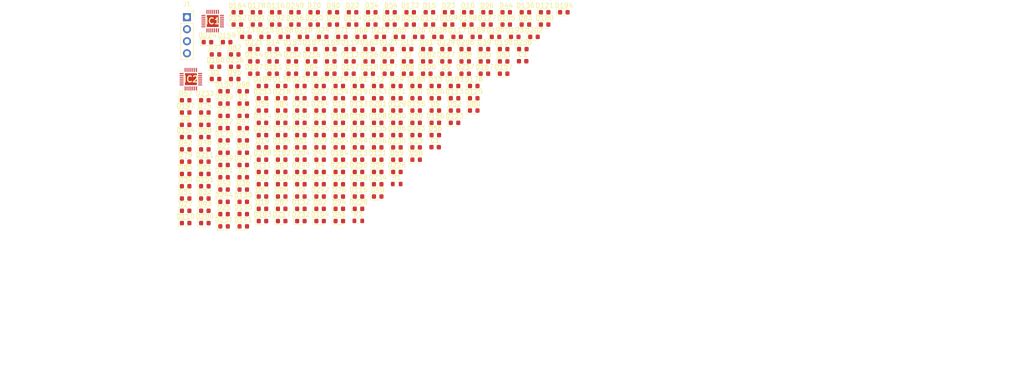
<source format=kicad_pcb>
(kicad_pcb (version 20211014) (generator pcbnew)
  (layers (0 "F.Cu" signal) (31 "B.Cu" signal) (34 "B.Paste" user) (35 "F.Paste" user) (36 "B.SilkS" user "B.Silkscreen") (37 "F.SilkS" user "F.Silkscreen") (38 "B.Mask" user) (39 "F.Mask" user) (44 "Edge.Cuts" user))
  (net 0 "")
  (net 1 "+5V")
  (net 2 "GND")
  (net 3 "/CA2_1")
  (net 4 "/CA1_1")
  (net 5 "/CA3_1")
  (net 6 "/CA4_1")
  (net 7 "/CA5_1")
  (net 8 "/CA6_1")
  (net 9 "/CA7_1")
  (net 10 "/CA8_1")
  (net 11 "/CA9_1")
  (net 12 "/CB2_1")
  (net 13 "/CB1_1")
  (net 14 "/CB3_1")
  (net 15 "/CB4_1")
  (net 16 "/CB5_1")
  (net 17 "/CB6_1")
  (net 18 "/CB7_1")
  (net 19 "/CB8_1")
  (net 20 "/CB9_1")
  (net 21 "/CA2_2")
  (net 22 "/CA1_2")
  (net 23 "/CA3_2")
  (net 24 "/CA4_2")
  (net 25 "/CA5_2")
  (net 26 "/CA6_2")
  (net 27 "/CA7_2")
  (net 28 "/CA8_2")
  (net 29 "/CA9_2")
  (net 30 "/CB2_2")
  (net 31 "/CB1_2")
  (net 32 "/CB3_2")
  (net 33 "/CB4_2")
  (net 34 "/CB5_2")
  (net 35 "/CB6_2")
  (net 36 "/CB7_2")
  (net 37 "/CB8_2")
  (net 38 "/CB9_2")
  (net 40 "Net-(IC1-Pad6)")
  (net 43 "/SDA")
  (net 44 "/SCL")
  (net 46 "Net-(IC2-Pad6)")
  (footprint "LED_SMD:LED_0603_1608Metric" (layer "F.Cu") (at 100.44 86.565)
    (fp_text reference "D87")
    (fp_text value "LED")
  )
  (footprint "LED_SMD:LED_0603_1608Metric" (layer "F.Cu") (at 80.19 79.215)
    (fp_text reference "D85")
    (fp_text value "LED")
  )
  (footprint "LED_SMD:LED_0603_1608Metric" (layer "F.Cu") (at 88.29 69.555)
    (fp_text reference "D102")
    (fp_text value "LED")
  )
  (footprint "LED_SMD:LED_0603_1608Metric" (layer "F.Cu") (at 91.09 47.715)
    (fp_text reference "D152")
    (fp_text value "LED")
  )
  (footprint "LED_SMD:LED_0603_1608Metric" (layer "F.Cu") (at 94.59 55.485)
    (fp_text reference "D144")
    (fp_text value "LED")
  )
  (footprint "LED_SMD:LED_0603_1608Metric" (layer "F.Cu") (at 155.89 47.715)
    (fp_text reference "D180")
    (fp_text value "LED")
  )
  (footprint "LED_SMD:LED_0603_1608Metric" (layer "F.Cu") (at 115.39 45.125)
    (fp_text reference "D22")
    (fp_text value "LED")
  )
  (footprint "LED_SMD:LED_0603_1608Metric" (layer "F.Cu") (at 88.29 61.785)
    (fp_text reference "D150")
    (fp_text value "LED")
  )
  (footprint "LED_SMD:LED_0603_1608Metric" (layer "F.Cu") (at 100.99 50.305)
    (fp_text reference "D198")
    (fp_text value "LED")
  )
  (footprint "LED_SMD:LED_0603_1608Metric" (layer "F.Cu") (at 128.79 68.435)
    (fp_text reference "D20")
    (fp_text value "LED")
  )
  (footprint "LED_SMD:LED_0603_1608Metric" (layer "F.Cu") (at 106.74 58.075)
    (fp_text reference "D64")
    (fp_text value "LED")
  )
  (footprint "LED_SMD:LED_0603_1608Metric" (layer "F.Cu") (at 126.99 55.485)
    (fp_text reference "D7")
    (fp_text value "LED")
  )
  (footprint "LED_SMD:LED_0603_1608Metric" (layer "F.Cu") (at 106.74 55.485)
    (fp_text reference "D216")
    (fp_text value "LED")
  )
  (footprint "ASMR_footprints:QFN40P400X400X80-29N-D" (layer "F.Cu") (at 85.895 46.98)
    (fp_text reference "IC1")
    (fp_text value "IS31FL3731-QFLS2-TR" hide)
  )
  (footprint "LED_SMD:LED_0603_1608Metric" (layer "F.Cu") (at 108.54 86.565)
    (fp_text reference "D62")
    (fp_text value "LED")
  )
  (footprint "LED_SMD:LED_0603_1608Metric" (layer "F.Cu") (at 84.24 79.215)
    (fp_text reference "D61")
    (fp_text value "LED")
  )
  (footprint "LED_SMD:LED_0603_1608Metric" (layer "F.Cu") (at 92.34 87.685)
    (fp_text reference "D170")
    (fp_text value "LED")
  )
  (footprint "LED_SMD:LED_0603_1608Metric" (layer "F.Cu") (at 127.54 47.715)
    (fp_text reference "D255")
    (fp_text value "LED")
  )
  (footprint "LED_SMD:LED_0603_1608Metric" (layer "F.Cu") (at 96.39 83.975)
    (fp_text reference "D67")
    (fp_text value "LED")
  )
  (footprint "LED_SMD:LED_0603_1608Metric" (layer "F.Cu") (at 111.34 45.125)
    (fp_text reference "D90")
    (fp_text value "LED")
  )
  (footprint "Capacitor_SMD:C_0603_1608Metric" (layer "F.Cu") (at 132.8 73.575)
    (fp_text reference "C1")
    (fp_text value "10uF")
  )
  (footprint "LED_SMD:LED_0603_1608Metric" (layer "F.Cu") (at 112.59 86.565)
    (fp_text reference "D94")
    (fp_text value "LED")
  )
  (footprint "LED_SMD:LED_0603_1608Metric" (layer "F.Cu") (at 119.44 45.125)
    (fp_text reference "D34")
    (fp_text value "LED")
  )
  (footprint "LED_SMD:LED_0603_1608Metric" (layer "F.Cu") (at 151.84 47.715)
    (fp_text reference "D83")
    (fp_text value "LED")
  )
  (footprint "LED_SMD:LED_0603_1608Metric" (layer "F.Cu") (at 86.49 59.195)
    (fp_text reference "D1")
    (fp_text value "LED")
  )
  (footprint "LED_SMD:LED_0603_1608Metric" (layer "F.Cu") (at 112.59 63.255)
    (fp_text reference "D139")
    (fp_text value "LED")
  )
  (footprint "LED_SMD:LED_0603_1608Metric" (layer "F.Cu") (at 104.49 76.205)
    (fp_text reference "D204")
    (fp_text value "LED")
  )
  (footprint "LED_SMD:LED_0603_1608Metric" (layer "F.Cu") (at 140.94 60.665)
    (fp_text reference "D176")
    (fp_text value "LED")
  )
  (footprint "LED_SMD:LED_0603_1608Metric" (layer "F.Cu") (at 92.34 77.325)
    (fp_text reference "D247")
    (fp_text value "LED")
  )
  (footprint "LED_SMD:LED_0603_1608Metric" (layer "F.Cu") (at 96.39 71.025)
    (fp_text reference "D203")
    (fp_text value "LED")
  )
  (footprint "LED_SMD:LED_0603_1608Metric" (layer "F.Cu") (at 147.79 45.125)
    (fp_text reference "D44")
    (fp_text value "LED")
  )
  (footprint "LED_SMD:LED_0603_1608Metric" (layer "F.Cu") (at 132.84 60.665)
    (fp_text reference "D33")
    (fp_text value "LED")
  )
  (footprint "LED_SMD:LED_0603_1608Metric" (layer "F.Cu") (at 126.99 58.075)
    (fp_text reference "D68")
    (fp_text value "LED")
  )
  (footprint "LED_SMD:LED_0603_1608Metric" (layer "F.Cu") (at 147.79 47.715)
    (fp_text reference "D105")
    (fp_text value "LED")
  )
  (footprint "LED_SMD:LED_0603_1608Metric" (layer "F.Cu") (at 99.19 47.715)
    (fp_text reference "D192")
    (fp_text value "LED")
  )
  (footprint "LED_SMD:LED_0603_1608Metric" (layer "F.Cu") (at 112.59 71.025)
    (fp_text reference "D122")
    (fp_text value "LED")
  )
  (footprint "LED_SMD:LED_0603_1608Metric" (layer "F.Cu") (at 131.04 52.895)
    (fp_text reference "D91")
    (fp_text value "LED")
  )
  (footprint "LED_SMD:LED_0603_1608Metric" (layer "F.Cu") (at 139.14 55.485)
    (fp_text reference "D38")
    (fp_text value "LED")
  )
  (footprint "LED_SMD:LED_0603_1608Metric" (layer "F.Cu") (at 108.54 89.155)
    (fp_text reference "D104")
    (fp_text value "LED")
  )
  (footprint "LED_SMD:LED_0603_1608Metric" (layer "F.Cu") (at 145.54 50.305)
    (fp_text reference "D190")
    (fp_text value "LED")
  )
  (footprint "LED_SMD:LED_0603_1608Metric" (layer "F.Cu") (at 80.19 74.035)
    (fp_text reference "D42")
    (fp_text value "LED")
  )
  (footprint "LED_SMD:LED_0603_1608Metric" (layer "F.Cu") (at 119.44 47.715)
    (fp_text reference "D124")
    (fp_text value "LED")
  )
  (footprint "LED_SMD:LED_0603_1608Metric" (layer "F.Cu") (at 124.74 76.205)
    (fp_text reference "D59")
    (fp_text value "LED")
  )
  (footprint "LED_SMD:LED_0603_1608Metric" (layer "F.Cu") (at 108.54 78.795)
    (fp_text reference "D4")
    (fp_text value "LED")
  )
  (footprint "LED_SMD:LED_0603_1608Metric" (layer "F.Cu") (at 96.39 63.255)
    (fp_text reference "D253")
    (fp_text value "LED")
  )
  (footprint "LED_SMD:LED_0603_1608Metric" (layer "F.Cu") (at 80.19 89.575)
    (fp_text reference "D110")
    (fp_text value "LED")
  )
  (footprint "LED_SMD:LED_0603_1608Metric" (layer "F.Cu") (at 84.24 81.805)
    (fp_text reference "D151")
    (fp_text value "LED")
  )
  (footprint "LED_SMD:LED_0603_1608Metric" (layer "F.Cu") (at 84.24 76.625)
    (fp_text reference "D211")
    (fp_text value "LED")
  )
  (footprint "LED_SMD:LED_0603_1608Metric" (layer "F.Cu") (at 88.29 64.375)
    (fp_text reference "D199")
    (fp_text value "LED")
  )
  (footprint "LED_SMD:LED_0603_1608Metric" (layer "F.Cu") (at 124.74 68.435)
    (fp_text reference "D250")
    (fp_text value "LED")
  )
  (footprint "LED_SMD:LED_0603_1608Metric" (layer "F.Cu") (at 128.79 76.205)
    (fp_text reference "D58")
    (fp_text value "LED")
  )
  (footprint "LED_SMD:LED_0603_1608Metric" (layer "F.Cu") (at 96.39 86.565)
    (fp_text reference "D18")
    (fp_text value "LED")
  )
  (footprint "LED_SMD:LED_0603_1608Metric" (layer "F.Cu") (at 124.74 73.615)
    (fp_text reference "D235")
    (fp_text value "LED")
  )
  (footprint "LED_SMD:LED_0603_1608Metric" (layer "F.Cu") (at 141.49 50.305)
    (fp_text reference "D169")
    (fp_text value "LED")
  )
  (footprint "LED_SMD:LED_0603_1608Metric" (layer "F.Cu") (at 116.64 83.975)
    (fp_text reference "D115")
    (fp_text value "LED")
  )
  (footprint "LED_SMD:LED_0603_1608Metric" (layer "F.Cu") (at 80.19 84.395)
    (fp_text reference "D51")
    (fp_text value "LED")
  )
  (footprint "LED_SMD:LED_0603_1608Metric" (layer "F.Cu") (at 124.74 63.255)
    (fp_text reference "D171")
    (fp_text value "LED")
  )
  (footprint "LED_SMD:LED_0603_1608Metric" (layer "F.Cu") (at 88.29 85.095)
    (fp_text reference "D244")
    (fp_text value "LED")
  )
  (footprint "LED_SMD:LED_0603_1608Metric" (layer "F.Cu") (at 120.69 81.385)
    (fp_text reference "D234")
    (fp_text value "LED")
  )
  (footprint "LED_SMD:LED_0603_1608Metric" (layer "F.Cu") (at 103.24 47.715)
    (fp_text reference "D146")
    (fp_text value "LED")
  )
  (footprint "LED_SMD:LED_0603_1608Metric" (layer "F.Cu") (at 131.04 58.075)
    (fp_text reference "D100")
    (fp_text value "LED")
  )
  (footprint "LED_SMD:LED_0603_1608Metric" (layer "F.Cu") (at 159.94 45.125)
    (fp_text reference "D194")
    (fp_text value "LED")
  )
  (footprint "LED_SMD:LED_0603_1608Metric" (layer "F.Cu") (at 104.49 89.155)
    (fp_text reference "D232")
    (fp_text value "LED")
  )
  (footprint "LED_SMD:LED_0603_1608Metric" (layer "F.Cu") (at 96.39 76.205)
    (fp_text reference "D208")
    (fp_text value "LED")
  )
  (footprint "LED_SMD:LED_0603_1608Metric" (layer "F.Cu") (at 94.59 58.075)
    (fp_text reference "D107")
    (fp_text value "LED")
  )
  (footprint "LED_SMD:LED_0603_1608Metric" (layer "F.Cu") (at 139.14 58.075)
    (fp_text reference "D237")
    (fp_text value "LED")
  )
  (footprint "LED_SMD:LED_0603_1608Metric" (layer "F.Cu") (at 104.49 65.845)
    (fp_text reference "D241")
    (fp_text value "LED")
  )
  (footprint "LED_SMD:LED_0603_1608Metric" (layer "F.Cu") (at 110.79 52.895)
    (fp_text reference "D165")
    (fp_text value "LED")
  )
  (footprint "LED_SMD:LED_0603_1608Metric" (layer "F.Cu") (at 129.34 50.305)
    (fp_text reference "D26")
    (fp_text value "LED")
  )
  (footprint "LED_SMD:LED_0603_1608Metric" (layer "F.Cu") (at 104.49 83.975)
    (fp_text reference "D2")
    (fp_text value "LED")
  )
  (footprint "LED_SMD:LED_0603_1608Metric" (layer "F.Cu") (at 92.34 85.095)
    (fp_text reference "D130")
    (fp_text value "LED")
  )
  (footprint "LED_SMD:LED_0603_1608Metric" (layer "F.Cu") (at 102.69 58.075)
    (fp_text reference "D78")
    (fp_text value "LED")
  )
  (footprint "LED_SMD:LED_0603_1608Metric" (layer "F.Cu") (at 128.79 71.025)
    (fp_text reference "D243")
    (fp_text value "LED")
  )
  (footprint "LED_SMD:LED_0603_1608Metric" (layer "F.Cu") (at 136.89 63.255)
    (fp_text reference "D113")
    (fp_text value "LED")
  )
  (footprint "LED_SMD:LED_0603_1608Metric" (layer "F.Cu") (at 112.59 81.385)
    (fp_text reference "D12")
    (fp_text value "LED")
  )
  (footprint "LED_SMD:LED_0603_1608Metric" (layer "F.Cu") (at 98.64 55.485)
    (fp_text reference "D134")
    (fp_text value "LED")
  )
  (footprint "LED_SMD:LED_0603_1608Metric" (layer "F.Cu") (at 151.84 45.125)
    (fp_text reference "D136")
    (fp_text value "LED")
  )
  (footprint "LED_SMD:LED_0603_1608Metric" (layer "F.Cu") (at 84.79 51.425)
    (fp_text reference "D224")
    (fp_text value "LED")
  )
  (footprint "LED_SMD:LED_0603_1608Metric" (layer "F.Cu") (at 102.69 52.895)
    (fp_text reference "D153")
    (fp_text value "LED")
  )
  (footprint "LED_SMD:LED_0603_1608Metric" (layer "F.Cu") (at 112.59 73.615)
    (fp_text reference "D205")
    (fp_text value "LED")
  )
  (footprint "LED_SMD:LED_0603_1608Metric" (layer "F.Cu") (at 122.94 55.485)
    (fp_text reference "D225")
    (fp_text value "LED")
  )
  (footprint "LED_SMD:LED_0603_1608Metric" (layer "F.Cu") (at 92.89 50.305)
    (fp_text reference "D173")
    (fp_text value "LED")
  )
  (footprint "LED_SMD:LED_0603_1608Metric" (layer "F.Cu") (at 104.49 68.435)
    (fp_text reference "D140")
    (fp_text value "LED")
  )
  (footprint "LED_SMD:LED_0603_1608Metric" (layer "F.Cu") (at 103.24 45.125)
    (fp_text reference "D249")
    (fp_text value "LED")
  )
  (footprint "LED_SMD:LED_0603_1608Metric" (layer "F.Cu") (at 100.44 71.025)
    (fp_text reference "D179")
    (fp_text value "LED")
  )
  (footprint "LED_SMD:LED_0603_1608Metric" (layer "F.Cu") (at 115.39 47.715)
    (fp_text reference "D114")
    (fp_text value "LED")
  )
  (footprint "LED_SMD:LED_0603_1608Metric" (layer "F.Cu") (at 80.19 81.805)
    (fp_text reference "D30")
    (fp_text value "LED")
  )
  (footprint "LED_SMD:LED_0603_1608Metric" (layer "F.Cu") (at 132.84 65.845)
    (fp_text reference "D5")
    (fp_text value "LED")
  )
  (footprint "LED_SMD:LED_0603_1608Metric" (layer "F.Cu") (at 112.59 76.205)
    (fp_text reference "D184")
    (fp_text value "LED")
  )
  (footprint "LED_SMD:LED_0603_1608Metric" (layer "F.Cu") (at 132.84 71.025)
    (fp_text reference "D56")
    (fp_text value "LED")
  )
  (footprint "LED_SMD:LED_0603_1608Metric" (layer "F.Cu") (at 88.29 90.275)
    (fp_text reference "D251")
    (fp_text value "LED")
  )
  (footprint "LED_SMD:LED_0603_1608Metric" (layer "F.Cu") (at 140.94 63.255)
    (fp_text reference "D125")
    (fp_text value "LED")
  )
  (footprint "LED_SMD:LED_0603_1608Metric" (layer "F.Cu") (at 96.39 68.435)
    (fp_text reference "D174")
    (fp_text value "LED")
  )
  (footprint "LED_SMD:LED_0603_1608Metric" (layer "F.Cu") (at 96.39 65.845)
    (fp_text reference "D55")
    (fp_text value "LED")
  )
  (footprint "LED_SMD:LED_0603_1608Metric" (layer "F.Cu") (at 139.69 47.715)
    (fp_text reference "D148")
    (fp_text value "LED")
  )
  (footprint "LED_SMD:LED_0603_1608Metric" (layer "F.Cu") (at 100.44 63.255)
    (fp_text reference "D218")
    (fp_text value "LED")
  )
  (footprint "LED_SMD:LED_0603_1608Metric" (layer "F.Cu") (at 110.79 55.485)
    (fp_text reference "D46")
    (fp_text value "LED")
  )
  (footprint "LED_SMD:LED_0603_1608Metric" (layer "F.Cu") (at 111.34 47.715)
    (fp_text reference "D99")
    (fp_text value "LED")
  )
  (footprint "LED_SMD:LED_0603_1608Metric" (layer "F.Cu") (at 131.04 55.485)
    (fp_text reference "D162")
    (fp_text value "LED")
  )
  (footprint "LED_SMD:LED_0603_1608Metric" (layer "F.Cu") (at 139.14 52.895)
    (fp_text reference "D206")
    (fp_text value "LED")
  )
  (footprint "LED_SMD:LED_0603_1608Metric" (layer "F.Cu") (at 102.69 55.485)
    (fp_text reference "D252")
    (fp_text value "LED")
  )
  (footprint "LED_SMD:LED_0603_1608Metric" (layer "F.Cu") (at 100.44 83.975)
    (fp_text reference "D89")
    (fp_text value "LED")
  )
  (footprint "LED_SMD:LED_0603_1608Metric" (layer "F.Cu") (at 116.64 81.385)
    (fp_text reference "D248")
    (fp_text value "LED")
  )
  (footprint "Capacitor_SMD:C_0603_1608Metric" (layer "F.Cu") (at 151.25 55.445)
    (fp_text reference "C2")
    (fp_text value "10uF")
  )
  (footprint "LED_SMD:LED_0603_1608Metric" (layer "F.Cu") (at 114.84 52.895)
    (fp_text reference "D119")
    (fp_text value "LED")
  )
  (footprint "LED_SMD:LED_0603_1608Metric" (layer "F.Cu") (at 95.14 47.715)
    (fp_text reference "D191")
    (fp_text value "LED")
  )
  (footprint "LED_SMD:LED_0603_1608Metric" (layer "F.Cu") (at 137.44 50.305)
    (fp_text reference "D117")
    (fp_text value "LED")
  )
  (footprint "LED_SMD:LED_0603_1608Metric" (layer "F.Cu") (at 95.14 45.125)
    (fp_text reference "D178")
    (fp_text value "LED")
  )
  (footprint "LED_SMD:LED_0603_1608Metric" (layer "F.Cu") (at 88.84 51.425)
    (fp_text reference "D159")
    (fp_text value "LED")
  )
  (footprint "LED_SMD:LED_0603_1608Metric" (layer "F.Cu") (at 108.54 73.615)
    (fp_text reference "D49")
    (fp_text value "LED")
  )
  (footprint "LED_SMD:LED_0603_1608Metric" (layer "F.Cu") (at 116.64 60.665)
    (fp_text reference "D181")
    (fp_text value "LED")
  )
  (footprint "LED_SMD:LED_0603_1608Metric" (layer "F.Cu") (at 116.64 86.565)
    (fp_text reference "D228")
    (fp_text value "LED")
  )
  (footprint "LED_SMD:LED_0603_1608Metric" (layer "F.Cu") (at 116.64 76.205)
    (fp_text reference "D213")
    (fp_text value "LED")
  )
  (footprint "LED_SMD:LED_0603_1608Metric" (layer "F.Cu") (at 100.44 78.795)
    (fp_text reference "D63")
    (fp_text value "LED")
  )
  (footprint "LED_SMD:LED_0603_1608Metric" (layer "F.Cu") (at 116.64 78.795)
    (fp_text reference "D230")
    (fp_text value "LED")
  )
  (footprint "LED_SMD:LED_0603_1608Metric" (layer "F.Cu") (at 96.39 81.385)
    (fp_text reference "D92")
    (fp_text value "LED")
  )
  (footprint "LED_SMD:LED_0603_1608Metric" (layer "F.Cu") (at 112.59 83.975)
    (fp_text reference "D76")
    (fp_text value "LED")
  )
  (footprint "LED_SMD:LED_0603_1608Metric" (layer "F.Cu") (at 149.59 50.305)
    (fp_text reference "D193")
    (fp_text value "LED")
  )
  (footprint "Connector_PinSocket_2.54mm:PinSocket_1x04_P2.54mm_Vertical" (layer "F.Cu") (at 80.47 46.155)
    (fp_text reference "J1")
    (fp_text value "Conn_01x04_Female")
  )
  (footprint "LED_SMD:LED_0603_1608Metric" (layer "F.Cu") (at 128.79 73.615)
    (fp_text reference "D13")
    (fp_text value "LED")
  )
  (footprint "LED_SMD:LED_0603_1608Metric" (layer "F.Cu") (at 100.44 65.845)
    (fp_text reference "D84")
    (fp_text value "LED")
  )
  (footprint "LED_SMD:LED_0603_1608Metric" (layer "F.Cu") (at 143.74 45.125)
    (fp_text reference "D96")
    (fp_text value "LED")
  )
  (footprint "LED_SMD:LED_0603_1608Metric" (layer "F.Cu") (at 92.34 82.505)
    (fp_text reference "D36")
    (fp_text value "LED")
  )
  (footprint "LED_SMD:LED_0603_1608Metric" (layer "F.Cu") (at 109.09 50.305)
    (fp_text reference "D24")
    (fp_text value "LED")
  )
  (footprint "LED_SMD:LED_0603_1608Metric" (layer "F.Cu") (at 120.69 83.975)
    (fp_text reference "D40")
    (fp_text value "LED")
  )
  (footprint "LED_SMD:LED_0603_1608Metric" (layer "F.Cu") (at 133.39 50.305)
    (fp_text reference "D238")
    (fp_text value "LED")
  )
  (footprint "LED_SMD:LED_0603_1608Metric" (layer "F.Cu") (at 128.79 63.255)
    (fp_text reference "D60")
    (fp_text value "LED")
  )
  (footprint "LED_SMD:LED_0603_1608Metric" (layer "F.Cu") (at 116.64 68.435)
    (fp_text reference "D185")
    (fp_text value "LED")
  )
  (footprint "LED_SMD:LED_0603_1608Metric" (layer "F.Cu") (at 90.54 59.195)
    (fp_text reference "D95")
    (fp_text value "LED")
  )
  (footprint "LED_SMD:LED_0603_1608Metric" (layer "F.Cu") (at 126.99 52.895)
    (fp_text reference "D11")
    (fp_text value "LED")
  )
  (footprint "Resistor_SMD:R_0603_1608Metric" (layer "F.Cu") (at 124.7 81.345)
    (fp_text reference "R1")
    (fp_text value "20k")
  )
  (footprint "LED_SMD:LED_0603_1608Metric" (layer "F.Cu") (at 136.89 60.665)
    (fp_text reference "D183")
    (fp_text value "LED")
  )
  (footprint "LED_SMD:LED_0603_1608Metric" (layer "F.Cu") (at 122.94 52.895)
    (fp_text reference "D123")
    (fp_text value "LED")
  )
  (footprint "LED_SMD:LED_0603_1608Metric" (layer "F.Cu") (at 92.34 79.915)
    (fp_text reference "D6")
    (fp_text value "LED")
  )
  (footprint "LED_SMD:LED_0603_1608Metric" (layer "F.Cu") (at 99.19 45.125)
    (fp_text reference "D116")
    (fp_text value "LED")
  )
  (footprint "LED_SMD:LED_0603_1608Metric" (layer "F.Cu") (at 92.34 66.965)
    (fp_text reference "D97")
    (fp_text value "LED")
  )
  (footprint "Resistor_SMD:R_0603_1608Metric" (layer "F.Cu") (at 116.6 89.115)
    (fp_text reference "R2")
    (fp_text value "20k")
  )
  (footprint "LED_SMD:LED_0603_1608Metric" (layer "F.Cu") (at 108.54 65.845)
    (fp_text reference "D254")
    (fp_text value "LED")
  )
  (footprint "LED_SMD:LED_0603_1608Metric" (layer "F.Cu") (at 120.69 60.665)
    (fp_text reference "D72")
    (fp_text value "LED")
  )
  (footprint "LED_SMD:LED_0603_1608Metric" (layer "F.Cu") (at 84.24 68.855)
    (fp_text reference "D31")
    (fp_text value "LED")
  )
  (footprint "LED_SMD:LED_0603_1608Metric" (layer "F.Cu") (at 123.49 47.715)
    (fp_text reference "D128")
    (fp_text value "LED")
  )
  (footprint "LED_SMD:LED_0603_1608Metric" (layer "F.Cu") (at 128.79 65.845)
    (fp_text reference "D155")
    (fp_text value "LED")
  )
  (footprint "LED_SMD:LED_0603_1608Metric" (layer "F.Cu") (at 139.69 45.125)
    (fp_text reference "D10")
    (fp_text value "LED")
  )
  (footprint "LED_SMD:LED_0603_1608Metric" (layer "F.Cu") (at 116.64 65.845)
    (fp_text reference "D133")
    (fp_text value "LED")
  )
  (footprint "LED_SMD:LED_0603_1608Metric" (layer "F.Cu") (at 135.09 58.075)
    (fp_text reference "D9")
    (fp_text value "LED")
  )
  (footprint "LED_SMD:LED_0603_1608Metric" (layer "F.Cu") (at 143.19 52.895)
    (fp_text reference "D39")
    (fp_text value "LED")
  )
  (footprint "LED_SMD:LED_0603_1608Metric" (layer "F.Cu") (at 135.09 55.485)
    (fp_text reference "D227")
    (fp_text value "LED")
  )
  (footprint "LED_SMD:LED_0603_1608Metric" (layer "F.Cu") (at 92.34 74.735)
    (fp_text reference "D86")
    (fp_text value "LED")
  )
  (footprint "LED_SMD:LED_0603_1608Metric" (layer "F.Cu") (at 112.59 65.845)
    (fp_text reference "D16")
    (fp_text value "LED")
  )
  (footprint "LED_SMD:LED_0603_1608Metric" (layer "F.Cu") (at 96.39 78.795)
    (fp_text reference "D111")
    (fp_text value "LED")
  )
  (footprint "LED_SMD:LED_0603_1608Metric" (layer "F.Cu") (at 107.29 45.125)
    (fp_text reference "D70")
    (fp_text value "LED")
  )
  (footprint "LED_SMD:LED_0603_1608Metric" (layer "F.Cu") (at 88.29 66.965)
    (fp_text reference "D73")
    (fp_text value "LED")
  )
  (footprint "LED_SMD:LED_0603_1608Metric" (layer "F.Cu") (at 90.54 54.015)
    (fp_text reference "D82")
    (fp_text value "LED")
  )
  (footprint "LED_SMD:LED_0603_1608Metric" (layer "F.Cu") (at 92.34 64.375)
    (fp_text reference "D3")
    (fp_text value "LED")
  )
  (footprint "LED_SMD:LED_0603_1608Metric" (layer "F.Cu") (at 108.54 63.255)
    (fp_text reference "D207")
    (fp_text value "LED")
  )
  (footprint "LED_SMD:LED_0603_1608Metric" (layer "F.Cu") (at 120.69 65.845)
    (fp_text reference "D201")
    (fp_text value "LED")
  )
  (footprint "LED_SMD:LED_0603_1608Metric" (layer "F.Cu") (at 121.24 50.305)
    (fp_text reference "D212")
    (fp_text value "LED")
  )
  (footprint "LED_SMD:LED_0603_1608Metric" (layer "F.Cu") (at 116.64 73.615)
    (fp_text reference "D149")
    (fp_text value "LED")
  )
  (footprint "ASMR_footprints:QFN40P400X400X80-29N-D" (layer "F.Cu") (at 81.295 59.23)
    (fp_text reference "IC2")
    (fp_text value "IS31FL3731-QFLS2-TR" hide)
  )
  (footprint "LED_SMD:LED_0603_1608Metric" (layer "F.Cu") (at 112.59 60.665)
    (fp_text reference "D214")
    (fp_text value "LED")
  )
  (footprint "LED_SMD:LED_0603_1608Metric" (layer "F.Cu") (at 106.74 52.895)
    (fp_text reference "D187")
    (fp_text value "LED")
  )
  (footprint "LED_SMD:LED_0603_1608Metric" (layer "F.Cu") (at 104.49 63.255)
    (fp_text reference "D17")
    (fp_text value "LED")
  )
  (footprint "LED_SMD:LED_0603_1608Metric" (layer "F.Cu") (at 98.64 52.895)
    (fp_text reference "D14")
    (fp_text value "LED")
  )
  (footprint "LED_SMD:LED_0603_1608Metric" (layer "F.Cu") (at 120.69 71.025)
    (fp_text reference "D135")
    (fp_text value "LED")
  )
  (footprint "LED_SMD:LED_0603_1608Metric" (layer "F.Cu") (at 155.89 45.125)
    (fp_text reference "D121")
    (fp_text value "LED")
  )
  (footprint "LED_SMD:LED_0603_1608Metric" (layer "F.Cu") (at 88.29 72.145)
    (fp_text reference "D175")
    (fp_text value "LED")
  )
  (footprint "LED_SMD:LED_0603_1608Metric" (layer "F.Cu") (at 96.94 50.305)
    (fp_text reference "D215")
    (fp_text value "LED")
  )
  (footprint "LED_SMD:LED_0603_1608Metric" (layer "F.Cu") (at 100.44 89.155)
    (fp_text reference "D217")
    (fp_text value "LED")
  )
  (footprint "LED_SMD:LED_0603_1608Metric" (layer "F.Cu") (at 132.84 63.255)
    (fp_text reference "D196")
    (fp_text value "LED")
  )
  (footprint "LED_SMD:LED_0603_1608Metric" (layer "F.Cu") (at 84.24 74.035)
    (fp_text reference "D48")
    (fp_text value "LED")
  )
  (footprint "LED_SMD:LED_0603_1608Metric" (layer "F.Cu") (at 104.49 86.565)
    (fp_text reference "D132")
    (fp_text value "LED")
  )
  (footprint "LED_SMD:LED_0603_1608Metric" (layer "F.Cu") (at 108.54 81.385)
    (fp_text reference "D137")
    (fp_text value "LED")
  )
  (footprint "LED_SMD:LED_0603_1608Metric" (layer "F.Cu") (at 80.19 76.625)
    (fp_text reference "D79")
    (fp_text value "LED")
  )
  (footprint "LED_SMD:LED_0603_1608Metric" (layer "F.Cu") (at 135.64 47.715)
    (fp_text reference "D109")
    (fp_text value "LED")
  )
  (footprint "LED_SMD:LED_0603_1608Metric" (layer "F.Cu") (at 112.59 78.795)
    (fp_text reference "D222")
    (fp_text value "LED")
  )
  (footprint "LED_SMD:LED_0603_1608Metric" (layer "F.Cu") (at 136.89 65.845)
    (fp_text reference "D52")
    (fp_text value "LED")
  )
  (footprint "LED_SMD:LED_0603_1608Metric" (layer "F.Cu") (at 92.34 90.275)
    (fp_text reference "D141")
    (fp_text value "LED")
  )
  (footprint "LED_SMD:LED_0603_1608Metric" (layer "F.Cu") (at 88.29 77.325)
    (fp_text reference "D239")
    (fp_text value "LED")
  )
  (footprint "LED_SMD:LED_0603_1608Metric" (layer "F.Cu") (at 132.84 68.435)
    (fp_text reference "D156")
    (fp_text value "LED")
  )
  (footprint "LED_SMD:LED_0603_1608Metric" (layer "F.Cu") (at 128.79 60.665)
    (fp_text reference "D188")
    (fp_text value "LED")
  )
  (footprint "LED_SMD:LED_0603_1608Metric" (layer "F.Cu") (at 94.59 52.895)
    (fp_text reference "D221")
    (fp_text value "LED")
  )
  (footprint "LED_SMD:LED_0603_1608Metric" (layer "F.Cu") (at 147.24 52.895)
    (fp_text reference "D158")
    (fp_text value "LED")
  )
  (footprint "LED_SMD:LED_0603_1608Metric" (layer "F.Cu") (at 88.29 74.735)
    (fp_text reference "D21")
    (fp_text value "LED")
  )
  (footprint "LED_SMD:LED_0603_1608Metric" (layer "F.Cu") (at 124.74 71.025)
    (fp_text reference "D186")
    (fp_text value "LED")
  )
  (footprint "LED_SMD:LED_0603_1608Metric" (layer "F.Cu") (at 131.59 47.715)
    (fp_text reference "D142")
    (fp_text value "LED")
  )
  (footprint "LED_SMD:LED_0603_1608Metric" (layer "F.Cu") (at 88.29 87.685)
    (fp_text reference "D25")
    (fp_text value "LED")
  )
  (footprint "LED_SMD:LED_0603_1608Metric" (layer "F.Cu") (at 98.64 58.075)
    (fp_text reference "D161")
    (fp_text value "LED")
  )
  (footprint "LED_SMD:LED_0603_1608Metric" (layer "F.Cu") (at 122.94 58.075)
    (fp_text reference "D177")
    (fp_text value "LED")
  )
  (footprint "LED_SMD:LED_0603_1608Metric" (layer "F.Cu") (at 117.19 50.305)
    (fp_text reference "D66")
    (fp_text value "LED")
  )
  (footprint "LED_SMD:LED_0603_1608Metric" (layer "F.Cu") (at 120.69 73.615)
    (fp_text reference "D246")
    (fp_text value "LED")
  )
  (footprint "LED_SMD:LED_0603_1608Metric" (layer "F.Cu") (at 135.64 45.125)
    (fp_text reference "D23")
    (fp_text value "LED")
  )
  (footprint "LED_SMD:LED_0603_1608Metric" (layer "F.Cu") (at 84.24 63.675)
    (fp_text reference "D233")
    (fp_text value "LED")
  )
  (footprint "LED_SMD:LED_0603_1608Metric" (layer "F.Cu") (at 120.69 78.795)
    (fp_text reference "D50")
    (fp_text value "LED")
  )
  (footprint "LED_SMD:LED_0603_1608Metric" (layer "F.Cu") (at 84.24 84.395)
    (fp_text reference "D32")
    (fp_text value "LED")
  )
  (footprint "LED_SMD:LED_0603_1608Metric" (layer "F.Cu") (at 105.04 50.305)
    (fp_text reference "D210")
    (fp_text value "LED")
  )
  (footprint "LED_SMD:LED_0603_1608Metric" (layer "F.Cu") (at 96.39 89.155)
    (fp_text reference "D103")
    (fp_text value "LED")
  )
  (footprint "LED_SMD:LED_0603_1608Metric" (layer "F.Cu") (at 124.74 60.665)
    (fp_text reference "D29")
    (fp_text value "LED")
  )
  (footprint "LED_SMD:LED_0603_1608Metric" (layer "F.Cu") (at 114.84 58.075)
    (fp_text reference "D147")
    (fp_text value "LED")
  )
  (footprint "LED_SMD:LED_0603_1608Metric" (layer "F.Cu") (at 104.49 81.385)
    (fp_text reference "D209")
    (fp_text value "LED")
  )
  (footprint "LED_SMD:LED_0603_1608Metric" (layer "F.Cu") (at 120.69 68.435)
    (fp_text reference "D108")
    (fp_text value "LED")
  )
  (footprint "LED_SMD:LED_0603_1608Metric" (layer "F.Cu") (at 107.29 47.715)
    (fp_text reference "D220")
    (fp_text value "LED")
  )
  (footprint "LED_SMD:LED_0603_1608Metric" (layer "F.Cu") (at 88.29 82.505)
    (fp_text reference "D43")
    (fp_text value "LED")
  )
  (footprint "LED_SMD:LED_0603_1608Metric" (layer "F.Cu") (at 116.64 63.255)
    (fp_text reference "D219")
    (fp_text value "LED")
  )
  (footprint "LED_SMD:LED_0603_1608Metric" (layer "F.Cu") (at 108.54 60.665)
    (fp_text reference "D166")
    (fp_text value "LED")
  )
  (footprint "LED_SMD:LED_0603_1608Metric" (layer "F.Cu") (at 92.34 61.785)
    (fp_text reference "D98")
    (fp_text value "LED")
  )
  (footprint "LED_SMD:LED_0603_1608Metric" (layer "F.Cu") (at 118.89 52.895)
    (fp_text reference "D163")
    (fp_text value "LED")
  )
  (footprint "LED_SMD:LED_0603_1608Metric" (layer "F.Cu") (at 91.09 45.125)
    (fp_text reference "D164")
    (fp_text value "LED")
  )
  (footprint "LED_SMD:LED_0603_1608Metric" (layer "F.Cu") (at 108.54 71.025)
    (fp_text reference "D245")
    (fp_text value "LED")
  )
  (footprint "LED_SMD:LED_0603_1608Metric" (layer "F.Cu") (at 125.29 50.305)
    (fp_text reference "D65")
    (fp_text value "LED")
  )
  (footprint "LED_SMD:LED_0603_1608Metric" (layer "F.Cu") (at 96.39 60.665)
    (fp_text reference "D189")
    (fp_text value "LED")
  )
  (footprint "LED_SMD:LED_0603_1608Metric" (layer "F.Cu") (at 84.24 86.985)
    (fp_text reference "D93")
    (fp_text value "LED")
  )
  (footprint "LED_SMD:LED_0603_1608Metric" (layer "F.Cu") (at 127.54 45.125)
    (fp_text reference "D172")
    (fp_text value "LED")
  )
  (footprint "LED_SMD:LED_0603_1608Metric" (layer "F.Cu") (at 88.29 79.915)
    (fp_text reference "D101")
    (fp_text value "LED")
  )
  (footprint "LED_SMD:LED_0603_1608Metric" (layer "F.Cu") (at 80.19 71.445)
    (fp_text reference "D154")
    (fp_text value "LED")
  )
  (footprint "LED_SMD:LED_0603_1608Metric" (layer "F.Cu") (at 80.19 86.985)
    (fp_text reference "D27")
    (fp_text value "LED")
  )
  (footprint "LED_SMD:LED_0603_1608Metric" (layer "F.Cu") (at 131.59 45.125)
    (fp_text reference "D15")
    (fp_text value "LED")
  )
  (footprint "LED_SMD:LED_0603_1608Metric" (layer "F.Cu") (at 100.44 76.205)
    (fp_text reference "D182")
    (fp_text value "LED")
  )
  (footprint "LED_SMD:LED_0603_1608Metric" (layer "F.Cu") (at 108.54 83.975)
    (fp_text reference "D242")
    (fp_text value "LED")
  )
  (footprint "LED_SMD:LED_0603_1608Metric" (layer "F.Cu") (at 140.94 65.845)
    (fp_text reference "D80")
    (fp_text value "LED")
  )
  (footprint "LED_SMD:LED_0603_1608Metric" (layer "F.Cu") (at 118.89 58.075)
    (fp_text reference "D118")
    (fp_text value "LED")
  )
  (footprint "LED_SMD:LED_0603_1608Metric" (layer "F.Cu") (at 100.44 73.615)
    (fp_text reference "D195")
    (fp_text value "LED")
  )
  (footprint "LED_SMD:LED_0603_1608Metric" (layer "F.Cu") (at 143.19 58.075)
    (fp_text reference "D167")
    (fp_text value "LED")
  )
  (footprint "LED_SMD:LED_0603_1608Metric" (layer "F.Cu") (at 123.49 45.125)
    (fp_text reference "D54")
    (fp_text value "LED")
  )
  (footprint "LED_SMD:LED_0603_1608Metric" (layer "F.Cu") (at 147.24 58.075)
    (fp_text reference "D157")
    (fp_text value "LED")
  )
  (footprint "LED_SMD:LED_0603_1608Metric" (layer "F.Cu") (at 113.14 50.305)
    (fp_text reference "D71")
    (fp_text value "LED")
  )
  (footprint "LED_SMD:LED_0603_1608Metric" (layer "F.Cu") (at 80.19 63.675)
    (fp_text reference "D57")
    (fp_text value "LED")
  )
  (footprint "LED_SMD:LED_0603_1608Metric" (layer "F.Cu") (at 114.84 55.485)
    (fp_text reference "D112")
    (fp_text value "LED")
  )
  (footprint "LED_SMD:LED_0603_1608Metric" (layer "F.Cu") (at 143.74 47.715)
    (fp_text reference "D127")
    (fp_text value "LED")
  )
  (footprint "LED_SMD:LED_0603_1608Metric" (layer "F.Cu") (at 84.24 66.265)
    (fp_text reference "D74")
    (fp_text value "LED")
  )
  (footprint "LED_SMD:LED_0603_1608Metric" (layer "F.Cu") (at 84.24 89.575)
    (fp_text reference "D200")
    (fp_text value "LED")
  )
  (footprint "LED_SMD:LED_0603_1608Metric" (layer "F.Cu") (at 104.49 71.025)
    (fp_text reference "D145")
    (fp_text value "LED")
  )
  (footprint "LED_SMD:LED_0603_1608Metric" (layer "F.Cu") (at 108.54 76.205)
    (fp_text reference "D45")
    (fp_text value "LED")
  )
  (footprint "LED_SMD:LED_0603_1608Metric" (layer "F.Cu") (at 120.69 76.205)
    (fp_text reference "D131")
    (fp_text value "LED")
  )
  (footprint "LED_SMD:LED_0603_1608Metric" (layer "F.Cu") (at 135.09 52.895)
    (fp_text reference "D229")
    (fp_text value "LED")
  )
  (footprint "LED_SMD:LED_0603_1608Metric" (layer "F.Cu") (at 136.89 68.435)
    (fp_text reference "D223")
    (fp_text value "LED")
  )
  (footprint "LED_SMD:LED_0603_1608Metric" (layer "F.Cu") (at 120.69 63.255)
    (fp_text reference "D143")
    (fp_text value "LED")
  )
  (footprint "LED_SMD:LED_0603_1608Metric" (layer "F.Cu") (at 124.74 65.845)
    (fp_text reference "D129")
    (fp_text value "LED")
  )
  (footprint "LED_SMD:LED_0603_1608Metric" (layer "F.Cu") (at 100.44 60.665)
    (fp_text reference "D138")
    (fp_text value "LED")
  )
  (footprint "LED_SMD:LED_0603_1608Metric" (layer "F.Cu") (at 92.34 69.555)
    (fp_text reference "D47")
    (fp_text value "LED")
  )
  (footprint "LED_SMD:LED_0603_1608Metric" (layer "F.Cu") (at 86.49 56.605)
    (fp_text reference "D160")
    (fp_text value "LED")
  )
  (footprint "LED_SMD:LED_0603_1608Metric" (layer "F.Cu") (at 104.49 60.665)
    (fp_text reference "D231")
    (fp_text value "LED")
  )
  (footprint "LED_SMD:LED_0603_1608Metric" (layer "F.Cu") (at 118.89 55.485)
    (fp_text reference "D126")
    (fp_text value "LED")
  )
  (footprint "LED_SMD:LED_0603_1608Metric" (layer "F.Cu") (at 112.59 68.435)
    (fp_text reference "D168")
    (fp_text value "LED")
  )
  (footprint "LED_SMD:LED_0603_1608Metric" (layer "F.Cu") (at 100.44 68.435)
    (fp_text reference "D69")
    (fp_text value "LED")
  )
  (footprint "LED_SMD:LED_0603_1608Metric" (layer "F.Cu") (at 80.19 68.855)
    (fp_text reference "D8")
    (fp_text value "LED")
  )
  (footprint "LED_SMD:LED_0603_1608Metric" (layer "F.Cu") (at 143.19 55.485)
    (fp_text reference "D35")
    (fp_text value "LED")
  )
  (footprint "LED_SMD:LED_0603_1608Metric" (layer "F.Cu") (at 84.24 71.445)
    (fp_text reference "D88")
    (fp_text value "LED")
  )
  (footprint "LED_SMD:LED_0603_1608Metric" (layer "F.Cu") (at 153.64 50.305)
    (fp_text reference "D202")
    (fp_text value "LED")
  )
  (footprint "LED_SMD:LED_0603_1608Metric" (layer "F.Cu") (at 112.59 89.155)
    (fp_text reference "D41")
    (fp_text value "LED")
  )
  (footprint "LED_SMD:LED_0603_1608Metric" (layer "F.Cu") (at 80.19 66.265)
    (fp_text reference "D197")
    (fp_text value "LED")
  )
  (footprint "LED_SMD:LED_0603_1608Metric" (layer "F.Cu") (at 110.79 58.075)
    (fp_text reference "D28")
    (fp_text value "LED")
  )
  (footprint "LED_SMD:LED_0603_1608Metric" (layer "F.Cu") (at 86.49 54.015)
    (fp_text reference "D77")
    (fp_text value "LED")
  )
  (footprint "LED_SMD:LED_0603_1608Metric" (layer "F.Cu") (at 96.39 73.615)
    (fp_text reference "D19")
    (fp_text value "LED")
  )
  (footprint "LED_SMD:LED_0603_1608Metric" (layer "F.Cu") (at 92.34 72.145)
    (fp_text reference "D37")
    (fp_text value "LED")
  )
  (footprint "LED_SMD:LED_0603_1608Metric" (layer "F.Cu") (at 90.54 56.605)
    (fp_text reference "D236")
    (fp_text value "LED")
  )
  (footprint "LED_SMD:LED_0603_1608Metric" (layer "F.Cu") (at 104.49 73.615)
    (fp_text reference "D81")
    (fp_text value "LED")
  )
  (footprint "LED_SMD:LED_0603_1608Metric" (layer "F.Cu") (at 100.44 81.385)
    (fp_text reference "D106")
    (fp_text value "LED")
  )
  (footprint "LED_SMD:LED_0603_1608Metric" (layer "F.Cu") (at 151.29 52.895)
    (fp_text reference "D256")
    (fp_text value "LED")
  )
  (footprint "LED_SMD:LED_0603_1608Metric" (layer "F.Cu") (at 147.24 55.485)
    (fp_text reference "D53")
    (fp_text value "LED")
  )
  (footprint "LED_SMD:LED_0603_1608Metric" (layer "F.Cu") (at 104.49 78.795)
    (fp_text reference "D240")
    (fp_text value "LED")
  )
  (footprint "LED_SMD:LED_0603_1608Metric" (layer "F.Cu") (at 116.64 71.025)
    (fp_text reference "D120")
    (fp_text value "LED")
  )
  (footprint "LED_SMD:LED_0603_1608Metric" (layer "F.Cu") (at 124.74 78.795)
    (fp_text reference "D226")
    (fp_text value "LED")
  )
  (footprint "LED_SMD:LED_0603_1608Metric" (layer "F.Cu") (at 108.54 68.435)
    (fp_text reference "D75")
    (fp_text value "LED")
  )
)
</source>
